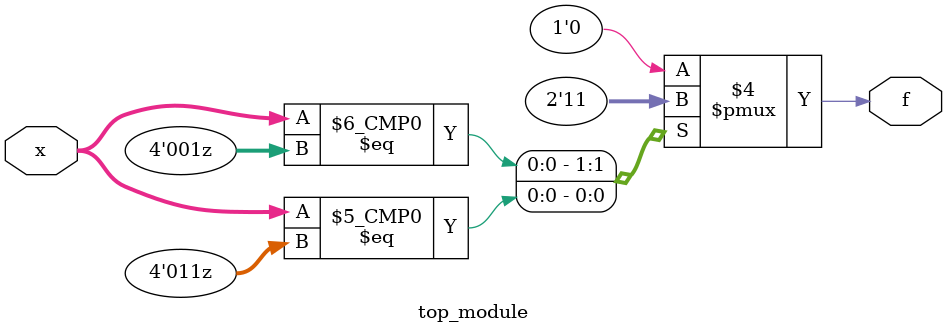
<source format=sv>
module top_module (
	input [4:1] x,
	output logic f
);

always_comb begin
	case (x)
		4'b00? : f = 0; // 00xx
		4'b01? : f = 1; // 01xx
		4'b11? : f = 1; // 11xx
		4'b10? : f = 0; // 10xx
		default: f = 0; // all other cases
	endcase
end

endmodule

</source>
